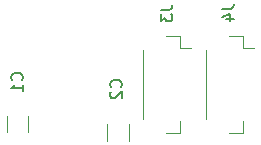
<source format=gbr>
%TF.GenerationSoftware,KiCad,Pcbnew,7.0.5*%
%TF.CreationDate,2024-01-26T22:20:05-05:00*%
%TF.ProjectId,LORA,4c4f5241-2e6b-4696-9361-645f70636258,rev?*%
%TF.SameCoordinates,Original*%
%TF.FileFunction,Legend,Bot*%
%TF.FilePolarity,Positive*%
%FSLAX46Y46*%
G04 Gerber Fmt 4.6, Leading zero omitted, Abs format (unit mm)*
G04 Created by KiCad (PCBNEW 7.0.5) date 2024-01-26 22:20:05*
%MOMM*%
%LPD*%
G01*
G04 APERTURE LIST*
%ADD10C,0.150000*%
%ADD11C,0.120000*%
G04 APERTURE END LIST*
D10*
%TO.C,J3*%
X155714819Y-93715287D02*
X156429104Y-93715287D01*
X156429104Y-93715287D02*
X156571961Y-93667668D01*
X156571961Y-93667668D02*
X156667200Y-93572430D01*
X156667200Y-93572430D02*
X156714819Y-93429573D01*
X156714819Y-93429573D02*
X156714819Y-93334335D01*
X155714819Y-94096240D02*
X155714819Y-94715287D01*
X155714819Y-94715287D02*
X156095771Y-94381954D01*
X156095771Y-94381954D02*
X156095771Y-94524811D01*
X156095771Y-94524811D02*
X156143390Y-94620049D01*
X156143390Y-94620049D02*
X156191009Y-94667668D01*
X156191009Y-94667668D02*
X156286247Y-94715287D01*
X156286247Y-94715287D02*
X156524342Y-94715287D01*
X156524342Y-94715287D02*
X156619580Y-94667668D01*
X156619580Y-94667668D02*
X156667200Y-94620049D01*
X156667200Y-94620049D02*
X156714819Y-94524811D01*
X156714819Y-94524811D02*
X156714819Y-94239097D01*
X156714819Y-94239097D02*
X156667200Y-94143859D01*
X156667200Y-94143859D02*
X156619580Y-94096240D01*
%TO.C,C1*%
X143969580Y-99681954D02*
X144017200Y-99634335D01*
X144017200Y-99634335D02*
X144064819Y-99491478D01*
X144064819Y-99491478D02*
X144064819Y-99396240D01*
X144064819Y-99396240D02*
X144017200Y-99253383D01*
X144017200Y-99253383D02*
X143921961Y-99158145D01*
X143921961Y-99158145D02*
X143826723Y-99110526D01*
X143826723Y-99110526D02*
X143636247Y-99062907D01*
X143636247Y-99062907D02*
X143493390Y-99062907D01*
X143493390Y-99062907D02*
X143302914Y-99110526D01*
X143302914Y-99110526D02*
X143207676Y-99158145D01*
X143207676Y-99158145D02*
X143112438Y-99253383D01*
X143112438Y-99253383D02*
X143064819Y-99396240D01*
X143064819Y-99396240D02*
X143064819Y-99491478D01*
X143064819Y-99491478D02*
X143112438Y-99634335D01*
X143112438Y-99634335D02*
X143160057Y-99681954D01*
X144064819Y-100634335D02*
X144064819Y-100062907D01*
X144064819Y-100348621D02*
X143064819Y-100348621D01*
X143064819Y-100348621D02*
X143207676Y-100253383D01*
X143207676Y-100253383D02*
X143302914Y-100158145D01*
X143302914Y-100158145D02*
X143350533Y-100062907D01*
%TO.C,J4*%
X160914819Y-93634298D02*
X161629104Y-93634298D01*
X161629104Y-93634298D02*
X161771961Y-93586679D01*
X161771961Y-93586679D02*
X161867200Y-93491441D01*
X161867200Y-93491441D02*
X161914819Y-93348584D01*
X161914819Y-93348584D02*
X161914819Y-93253346D01*
X161248152Y-94539060D02*
X161914819Y-94539060D01*
X160867200Y-94300965D02*
X161581485Y-94062870D01*
X161581485Y-94062870D02*
X161581485Y-94681917D01*
%TO.C,C2*%
X152344580Y-100281954D02*
X152392200Y-100234335D01*
X152392200Y-100234335D02*
X152439819Y-100091478D01*
X152439819Y-100091478D02*
X152439819Y-99996240D01*
X152439819Y-99996240D02*
X152392200Y-99853383D01*
X152392200Y-99853383D02*
X152296961Y-99758145D01*
X152296961Y-99758145D02*
X152201723Y-99710526D01*
X152201723Y-99710526D02*
X152011247Y-99662907D01*
X152011247Y-99662907D02*
X151868390Y-99662907D01*
X151868390Y-99662907D02*
X151677914Y-99710526D01*
X151677914Y-99710526D02*
X151582676Y-99758145D01*
X151582676Y-99758145D02*
X151487438Y-99853383D01*
X151487438Y-99853383D02*
X151439819Y-99996240D01*
X151439819Y-99996240D02*
X151439819Y-100091478D01*
X151439819Y-100091478D02*
X151487438Y-100234335D01*
X151487438Y-100234335D02*
X151535057Y-100281954D01*
X151535057Y-100662907D02*
X151487438Y-100710526D01*
X151487438Y-100710526D02*
X151439819Y-100805764D01*
X151439819Y-100805764D02*
X151439819Y-101043859D01*
X151439819Y-101043859D02*
X151487438Y-101139097D01*
X151487438Y-101139097D02*
X151535057Y-101186716D01*
X151535057Y-101186716D02*
X151630295Y-101234335D01*
X151630295Y-101234335D02*
X151725533Y-101234335D01*
X151725533Y-101234335D02*
X151868390Y-101186716D01*
X151868390Y-101186716D02*
X152439819Y-100615288D01*
X152439819Y-100615288D02*
X152439819Y-101234335D01*
D11*
%TO.C,J3*%
X154200000Y-97108621D02*
X154200000Y-102988621D01*
X156170000Y-104158621D02*
X157320000Y-104158621D01*
X156170000Y-95938621D02*
X157320000Y-95938621D01*
X157320000Y-95938621D02*
X157320000Y-96988621D01*
X157320000Y-104158621D02*
X157320000Y-103108621D01*
X157320000Y-96988621D02*
X158310000Y-96988621D01*
%TO.C,C1*%
X144520000Y-102687369D02*
X144520000Y-104109873D01*
X142700000Y-102687369D02*
X142700000Y-104109873D01*
%TO.C,J4*%
X159525000Y-97108621D02*
X159525000Y-102988621D01*
X161495000Y-104158621D02*
X162645000Y-104158621D01*
X161495000Y-95938621D02*
X162645000Y-95938621D01*
X162645000Y-95938621D02*
X162645000Y-96988621D01*
X162645000Y-104158621D02*
X162645000Y-103108621D01*
X162645000Y-96988621D02*
X163635000Y-96988621D01*
%TO.C,C2*%
X153020000Y-103399869D02*
X153020000Y-104822373D01*
X151200000Y-103399869D02*
X151200000Y-104822373D01*
%TD*%
M02*

</source>
